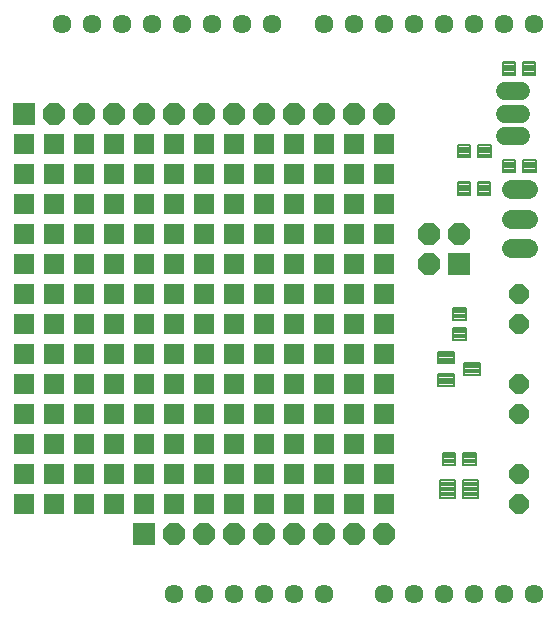
<source format=gts>
G75*
G70*
%OFA0B0*%
%FSLAX24Y24*%
%IPPOS*%
%LPD*%
%AMOC8*
5,1,8,0,0,1.08239X$1,22.5*
%
%ADD10C,0.0635*%
%ADD11C,0.0640*%
%ADD12C,0.0596*%
%ADD13OC8,0.0640*%
%ADD14C,0.0081*%
%ADD15C,0.0083*%
%ADD16R,0.0720X0.0720*%
%ADD17OC8,0.0720*%
%ADD18R,0.0680X0.0680*%
D10*
X005752Y001181D03*
X006752Y001181D03*
X007752Y001181D03*
X008752Y001181D03*
X009752Y001181D03*
X010752Y001181D03*
X012752Y001181D03*
X013752Y001181D03*
X014752Y001181D03*
X015752Y001181D03*
X016752Y001181D03*
X017752Y001181D03*
X017752Y020181D03*
X016752Y020181D03*
X015752Y020181D03*
X014752Y020181D03*
X013752Y020181D03*
X012752Y020181D03*
X011752Y020181D03*
X010752Y020181D03*
X009002Y020181D03*
X008002Y020181D03*
X007002Y020181D03*
X006002Y020181D03*
X005002Y020181D03*
X004002Y020181D03*
X003002Y020181D03*
X002002Y020181D03*
D11*
X016982Y014665D02*
X017542Y014665D01*
X017542Y013681D02*
X016982Y013681D01*
X016982Y012697D02*
X017542Y012697D01*
D12*
X017309Y016429D02*
X016793Y016429D01*
X016793Y017181D02*
X017309Y017181D01*
X017309Y017929D02*
X016793Y017929D01*
D13*
X017252Y011181D03*
X017252Y010181D03*
X017252Y008181D03*
X017252Y007181D03*
X017252Y005181D03*
X017252Y004181D03*
D14*
X015803Y005484D02*
X015371Y005484D01*
X015371Y005878D01*
X015803Y005878D01*
X015803Y005484D01*
X015803Y005564D02*
X015371Y005564D01*
X015371Y005644D02*
X015803Y005644D01*
X015803Y005724D02*
X015371Y005724D01*
X015371Y005804D02*
X015803Y005804D01*
X015133Y005484D02*
X014701Y005484D01*
X014701Y005878D01*
X015133Y005878D01*
X015133Y005484D01*
X015133Y005564D02*
X014701Y005564D01*
X014701Y005644D02*
X015133Y005644D01*
X015133Y005724D02*
X014701Y005724D01*
X014701Y005804D02*
X015133Y005804D01*
X014544Y008110D02*
X014544Y008504D01*
X015094Y008504D01*
X015094Y008110D01*
X014544Y008110D01*
X014544Y008190D02*
X015094Y008190D01*
X015094Y008270D02*
X014544Y008270D01*
X014544Y008350D02*
X015094Y008350D01*
X015094Y008430D02*
X014544Y008430D01*
X014544Y008858D02*
X014544Y009252D01*
X015094Y009252D01*
X015094Y008858D01*
X014544Y008858D01*
X014544Y008938D02*
X015094Y008938D01*
X015094Y009018D02*
X014544Y009018D01*
X014544Y009098D02*
X015094Y009098D01*
X015094Y009178D02*
X014544Y009178D01*
X015410Y008878D02*
X015410Y008484D01*
X015410Y008878D02*
X015960Y008878D01*
X015960Y008484D01*
X015410Y008484D01*
X015410Y008564D02*
X015960Y008564D01*
X015960Y008644D02*
X015410Y008644D01*
X015410Y008724D02*
X015960Y008724D01*
X015960Y008804D02*
X015410Y008804D01*
X015468Y009650D02*
X015468Y010044D01*
X015468Y009650D02*
X015036Y009650D01*
X015036Y010044D01*
X015468Y010044D01*
X015468Y009730D02*
X015036Y009730D01*
X015036Y009810D02*
X015468Y009810D01*
X015468Y009890D02*
X015036Y009890D01*
X015036Y009970D02*
X015468Y009970D01*
X015468Y010319D02*
X015468Y010713D01*
X015468Y010319D02*
X015036Y010319D01*
X015036Y010713D01*
X015468Y010713D01*
X015468Y010399D02*
X015036Y010399D01*
X015036Y010479D02*
X015468Y010479D01*
X015468Y010559D02*
X015036Y010559D01*
X015036Y010639D02*
X015468Y010639D01*
X015614Y014897D02*
X015220Y014897D01*
X015614Y014897D02*
X015614Y014465D01*
X015220Y014465D01*
X015220Y014897D01*
X015220Y014545D02*
X015614Y014545D01*
X015614Y014625D02*
X015220Y014625D01*
X015220Y014705D02*
X015614Y014705D01*
X015614Y014785D02*
X015220Y014785D01*
X015220Y014865D02*
X015614Y014865D01*
X015890Y014897D02*
X016284Y014897D01*
X016284Y014465D01*
X015890Y014465D01*
X015890Y014897D01*
X015890Y014545D02*
X016284Y014545D01*
X016284Y014625D02*
X015890Y014625D01*
X015890Y014705D02*
X016284Y014705D01*
X016284Y014785D02*
X015890Y014785D01*
X015890Y014865D02*
X016284Y014865D01*
X016701Y015234D02*
X017133Y015234D01*
X016701Y015234D02*
X016701Y015628D01*
X017133Y015628D01*
X017133Y015234D01*
X017133Y015314D02*
X016701Y015314D01*
X016701Y015394D02*
X017133Y015394D01*
X017133Y015474D02*
X016701Y015474D01*
X016701Y015554D02*
X017133Y015554D01*
X017371Y015234D02*
X017803Y015234D01*
X017371Y015234D02*
X017371Y015628D01*
X017803Y015628D01*
X017803Y015234D01*
X017803Y015314D02*
X017371Y015314D01*
X017371Y015394D02*
X017803Y015394D01*
X017803Y015474D02*
X017371Y015474D01*
X017371Y015554D02*
X017803Y015554D01*
X016303Y015734D02*
X015871Y015734D01*
X015871Y016128D01*
X016303Y016128D01*
X016303Y015734D01*
X016303Y015814D02*
X015871Y015814D01*
X015871Y015894D02*
X016303Y015894D01*
X016303Y015974D02*
X015871Y015974D01*
X015871Y016054D02*
X016303Y016054D01*
X015633Y015734D02*
X015201Y015734D01*
X015201Y016128D01*
X015633Y016128D01*
X015633Y015734D01*
X015633Y015814D02*
X015201Y015814D01*
X015201Y015894D02*
X015633Y015894D01*
X015633Y015974D02*
X015201Y015974D01*
X015201Y016054D02*
X015633Y016054D01*
X016720Y018897D02*
X017114Y018897D01*
X017114Y018465D01*
X016720Y018465D01*
X016720Y018897D01*
X016720Y018545D02*
X017114Y018545D01*
X017114Y018625D02*
X016720Y018625D01*
X016720Y018705D02*
X017114Y018705D01*
X017114Y018785D02*
X016720Y018785D01*
X016720Y018865D02*
X017114Y018865D01*
X017390Y018897D02*
X017784Y018897D01*
X017784Y018465D01*
X017390Y018465D01*
X017390Y018897D01*
X017390Y018545D02*
X017784Y018545D01*
X017784Y018625D02*
X017390Y018625D01*
X017390Y018705D02*
X017784Y018705D01*
X017784Y018785D02*
X017390Y018785D01*
X017390Y018865D02*
X017784Y018865D01*
D15*
X015881Y004975D02*
X015371Y004975D01*
X015881Y004975D02*
X015881Y004387D01*
X015371Y004387D01*
X015371Y004975D01*
X015371Y004469D02*
X015881Y004469D01*
X015881Y004551D02*
X015371Y004551D01*
X015371Y004633D02*
X015881Y004633D01*
X015881Y004715D02*
X015371Y004715D01*
X015371Y004797D02*
X015881Y004797D01*
X015881Y004879D02*
X015371Y004879D01*
X015371Y004961D02*
X015881Y004961D01*
X015133Y004975D02*
X014623Y004975D01*
X015133Y004975D02*
X015133Y004387D01*
X014623Y004387D01*
X014623Y004975D01*
X014623Y004469D02*
X015133Y004469D01*
X015133Y004551D02*
X014623Y004551D01*
X014623Y004633D02*
X015133Y004633D01*
X015133Y004715D02*
X014623Y004715D01*
X014623Y004797D02*
X015133Y004797D01*
X015133Y004879D02*
X014623Y004879D01*
X014623Y004961D02*
X015133Y004961D01*
D16*
X004752Y003181D03*
X015252Y012181D03*
X000752Y017181D03*
D17*
X001752Y017181D03*
X002752Y017181D03*
X003752Y017181D03*
X004752Y017181D03*
X005752Y017181D03*
X006752Y017181D03*
X007752Y017181D03*
X008752Y017181D03*
X009752Y017181D03*
X010752Y017181D03*
X011752Y017181D03*
X012752Y017181D03*
X014252Y013181D03*
X015252Y013181D03*
X014252Y012181D03*
X012752Y003181D03*
X011752Y003181D03*
X010752Y003181D03*
X009752Y003181D03*
X008752Y003181D03*
X007752Y003181D03*
X006752Y003181D03*
X005752Y003181D03*
D18*
X005752Y004181D03*
X006752Y004181D03*
X007752Y004181D03*
X008752Y004181D03*
X009752Y004181D03*
X010752Y004181D03*
X011752Y004181D03*
X012752Y004181D03*
X012752Y005181D03*
X011752Y005181D03*
X010752Y005181D03*
X009752Y005181D03*
X008752Y005181D03*
X007752Y005181D03*
X006752Y005181D03*
X005752Y005181D03*
X004752Y005181D03*
X003752Y005181D03*
X002752Y005181D03*
X001752Y005181D03*
X000752Y005181D03*
X000752Y006181D03*
X001752Y006181D03*
X002752Y006181D03*
X003752Y006181D03*
X004752Y006181D03*
X005752Y006181D03*
X006752Y006181D03*
X007752Y006181D03*
X008752Y006181D03*
X009752Y006181D03*
X010752Y006181D03*
X011752Y006181D03*
X012752Y006181D03*
X012752Y007181D03*
X011752Y007181D03*
X010752Y007181D03*
X009752Y007181D03*
X008752Y007181D03*
X007752Y007181D03*
X006752Y007181D03*
X005752Y007181D03*
X004752Y007181D03*
X003752Y007181D03*
X002752Y007181D03*
X001752Y007181D03*
X000752Y007181D03*
X000752Y008181D03*
X001752Y008181D03*
X002752Y008181D03*
X003752Y008181D03*
X004752Y008181D03*
X005752Y008181D03*
X006752Y008181D03*
X007752Y008181D03*
X008752Y008181D03*
X009752Y008181D03*
X010752Y008181D03*
X011752Y008181D03*
X012752Y008181D03*
X012752Y009181D03*
X011752Y009181D03*
X010752Y009181D03*
X009752Y009181D03*
X008752Y009181D03*
X007752Y009181D03*
X006752Y009181D03*
X005752Y009181D03*
X004752Y009181D03*
X003752Y009181D03*
X002752Y009181D03*
X001752Y009181D03*
X000752Y009181D03*
X000752Y010181D03*
X001752Y010181D03*
X002752Y010181D03*
X003752Y010181D03*
X004752Y010181D03*
X005752Y010181D03*
X006752Y010181D03*
X007752Y010181D03*
X008752Y010181D03*
X009752Y010181D03*
X010752Y010181D03*
X011752Y010181D03*
X012752Y010181D03*
X012752Y011181D03*
X011752Y011181D03*
X010752Y011181D03*
X009752Y011181D03*
X008752Y011181D03*
X007752Y011181D03*
X006752Y011181D03*
X005752Y011181D03*
X004752Y011181D03*
X003752Y011181D03*
X002752Y011181D03*
X001752Y011181D03*
X000752Y011181D03*
X000752Y012181D03*
X001752Y012181D03*
X002752Y012181D03*
X003752Y012181D03*
X004752Y012181D03*
X005752Y012181D03*
X006752Y012181D03*
X007752Y012181D03*
X008752Y012181D03*
X009752Y012181D03*
X010752Y012181D03*
X011752Y012181D03*
X012752Y012181D03*
X012752Y013181D03*
X011752Y013181D03*
X010752Y013181D03*
X009752Y013181D03*
X008752Y013181D03*
X007752Y013181D03*
X006752Y013181D03*
X005752Y013181D03*
X004752Y013181D03*
X003752Y013181D03*
X002752Y013181D03*
X001752Y013181D03*
X000752Y013181D03*
X000752Y014181D03*
X001752Y014181D03*
X002752Y014181D03*
X003752Y014181D03*
X004752Y014181D03*
X005752Y014181D03*
X006752Y014181D03*
X007752Y014181D03*
X008752Y014181D03*
X009752Y014181D03*
X010752Y014181D03*
X011752Y014181D03*
X012752Y014181D03*
X012752Y015181D03*
X011752Y015181D03*
X010752Y015181D03*
X009752Y015181D03*
X008752Y015181D03*
X007752Y015181D03*
X006752Y015181D03*
X005752Y015181D03*
X004752Y015181D03*
X003752Y015181D03*
X002752Y015181D03*
X001752Y015181D03*
X000752Y015181D03*
X000752Y016181D03*
X001752Y016181D03*
X002752Y016181D03*
X003752Y016181D03*
X004752Y016181D03*
X005752Y016181D03*
X006752Y016181D03*
X007752Y016181D03*
X008752Y016181D03*
X009752Y016181D03*
X010752Y016181D03*
X011752Y016181D03*
X012752Y016181D03*
X004752Y004181D03*
X003752Y004181D03*
X002752Y004181D03*
X001752Y004181D03*
X000752Y004181D03*
M02*

</source>
